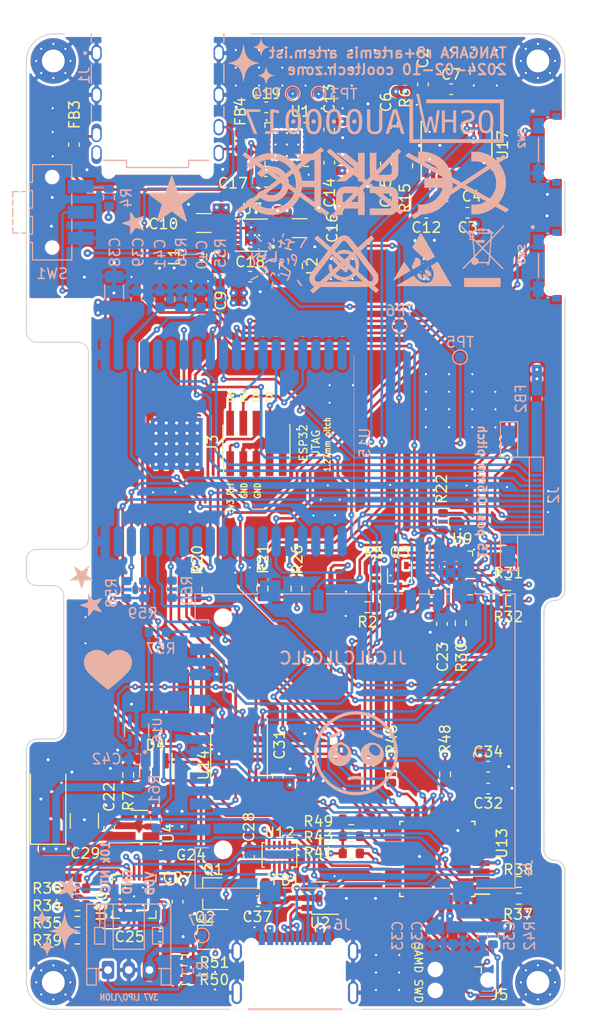
<source format=kicad_pcb>
(kicad_pcb (version 20221018) (generator pcbnew)

  (general
    (thickness 1.566672)
  )

  (paper "A4")
  (title_block
    (comment 4 "AISLER Project ID: ATEUINQR")
  )

  (layers
    (0 "F.Cu" signal)
    (1 "In1.Cu" signal)
    (2 "In2.Cu" signal)
    (31 "B.Cu" signal)
    (32 "B.Adhes" user "B.Adhesive")
    (33 "F.Adhes" user "F.Adhesive")
    (34 "B.Paste" user)
    (35 "F.Paste" user)
    (36 "B.SilkS" user "B.Silkscreen")
    (37 "F.SilkS" user "F.Silkscreen")
    (38 "B.Mask" user)
    (39 "F.Mask" user)
    (40 "Dwgs.User" user "User.Drawings")
    (41 "Cmts.User" user "User.Comments")
    (42 "Eco1.User" user "User.Eco1")
    (43 "Eco2.User" user "User.Eco2")
    (44 "Edge.Cuts" user)
    (45 "Margin" user)
    (46 "B.CrtYd" user "B.Courtyard")
    (47 "F.CrtYd" user "F.Courtyard")
    (48 "B.Fab" user)
    (49 "F.Fab" user)
    (50 "User.1" user)
    (51 "User.2" user)
    (52 "User.3" user)
    (53 "User.4" user)
    (54 "User.5" user)
    (55 "User.6" user)
    (56 "User.7" user)
    (57 "User.8" user)
    (58 "User.9" user)
  )

  (setup
    (stackup
      (layer "F.SilkS" (type "Top Silk Screen") (color "White"))
      (layer "F.Paste" (type "Top Solder Paste"))
      (layer "F.Mask" (type "Top Solder Mask") (color "Purple") (thickness 0.0254))
      (layer "F.Cu" (type "copper") (thickness 0.04318))
      (layer "dielectric 1" (type "prepreg") (thickness 0.202184) (material "FR408-HR") (epsilon_r 3.69) (loss_tangent 0.0091))
      (layer "In1.Cu" (type "copper") (thickness 0.017272))
      (layer "dielectric 2" (type "core") (thickness 0.9906) (material "FR408-HR") (epsilon_r 3.69) (loss_tangent 0.0091))
      (layer "In2.Cu" (type "copper") (thickness 0.017272))
      (layer "dielectric 3" (type "prepreg") (thickness 0.202184) (material "FR408-HR") (epsilon_r 3.69) (loss_tangent 0.0091))
      (layer "B.Cu" (type "copper") (thickness 0.04318))
      (layer "B.Mask" (type "Bottom Solder Mask") (color "Purple") (thickness 0.0254))
      (layer "B.Paste" (type "Bottom Solder Paste"))
      (layer "B.SilkS" (type "Bottom Silk Screen") (color "White"))
      (copper_finish "None")
      (dielectric_constraints no)
    )
    (pad_to_mask_clearance 0)
    (aux_axis_origin 117.25 51)
    (pcbplotparams
      (layerselection 0x00010fc_ffffffff)
      (plot_on_all_layers_selection 0x0000000_00000000)
      (disableapertmacros false)
      (usegerberextensions true)
      (usegerberattributes true)
      (usegerberadvancedattributes true)
      (creategerberjobfile true)
      (dashed_line_dash_ratio 12.000000)
      (dashed_line_gap_ratio 3.000000)
      (svgprecision 6)
      (plotframeref false)
      (viasonmask false)
      (mode 1)
      (useauxorigin false)
      (hpglpennumber 1)
      (hpglpenspeed 20)
      (hpglpendiameter 15.000000)
      (dxfpolygonmode true)
      (dxfimperialunits true)
      (dxfusepcbnewfont true)
      (psnegative false)
      (psa4output false)
      (plotreference true)
      (plotvalue true)
      (plotinvisibletext false)
      (sketchpadsonfab false)
      (subtractmaskfromsilk true)
      (outputformat 1)
      (mirror false)
      (drillshape 0)
      (scaleselection 1)
      (outputdirectory "gerbers2")
    )
  )

  (net 0 "")
  (net 1 "GND")
  (net 2 "/ESP_EN")
  (net 3 "BAT_LEVEL")
  (net 4 "SYS_POWER")
  (net 5 "USB.DP")
  (net 6 "USB.DN")
  (net 7 "3.5mm_DETECT")
  (net 8 "/JTAG.TMS")
  (net 9 "/JTAG.TCK")
  (net 10 "/JTAG.TDO")
  (net 11 "/JTAG.TDI")
  (net 12 "/SWD.SWDIO")
  (net 13 "/SWD.SWCLK")
  (net 14 "/SWD.RESET")
  (net 15 "/Power/NTC")
  (net 16 "~{CHG_PWR_OK}")
  (net 17 "I2C.SCL")
  (net 18 "VBUS")
  (net 19 "I2C.SDA")
  (net 20 "ESP_SPI.PICO")
  (net 21 "unconnected-(U9-IO0_5-Pad6)")
  (net 22 "ESP_SPI.SCLK")
  (net 23 "ESP_SPI.DISPLAY_CS")
  (net 24 "DISPLAY_LED_EN")
  (net 25 "/ESP_BOOT")
  (net 26 "~{SD_VDD_EN}")
  (net 27 "/UART.ESP.TX")
  (net 28 "ESP_SPI.POCI")
  (net 29 "DAC.DATA")
  (net 30 "DAC.BCK")
  (net 31 "ESP_SPI.SD_CS")
  (net 32 "DAC.LRCK")
  (net 33 "SAMD_SPI.POCI")
  (net 34 "/UART.ESP.RX")
  (net 35 "SAMD_SPI.CS")
  (net 36 "SAMD_SPI.PICO")
  (net 37 "/~{SAMD_INT}")
  (net 38 "SAMD_SPI.SCLK")
  (net 39 "CHG_SEL")
  (net 40 "AMP_EN")
  (net 41 "/Power/VBUS_SWITCHED")
  (net 42 "~{GPIO_INT}")
  (net 43 "USB_TCC0")
  (net 44 "USB_TCC1")
  (net 45 "KEY_LOCK")
  (net 46 "CHG_STAT1")
  (net 47 "CHG_STAT2")
  (net 48 "~{TOUCH_INT}")
  (net 49 "DISPLAY_DR")
  (net 50 "+3V3")
  (net 51 "+5VA")
  (net 52 "-5VA")
  (net 53 "KEY_VOL_UP")
  (net 54 "Net-(J7-Pin_3)")
  (net 55 "Net-(U1B-+)")
  (net 56 "KEY_VOL_DOWN")
  (net 57 "Net-(J4-CD{slash}DAT3)")
  (net 58 "Net-(J4-CMD)")
  (net 59 "Net-(J4-CLK)")
  (net 60 "Net-(J4-DAT0)")
  (net 61 "Net-(J4-DAT1)")
  (net 62 "Net-(J4-DAT2)")
  (net 63 "unconnected-(J1-Pad6)")
  (net 64 "Net-(J6-CC1)")
  (net 65 "Net-(U13-VDDCORE)")
  (net 66 "unconnected-(J3-UART_TX-Pad7)")
  (net 67 "unconnected-(J3-UART_RX-Pad9)")
  (net 68 "unconnected-(J3-nRst-Pad10)")
  (net 69 "unconnected-(J6-SBU1-PadA8)")
  (net 70 "unconnected-(J6-SBU2-PadB8)")
  (net 71 "Net-(U7-SWN)")
  (net 72 "Net-(U7-SWP)")
  (net 73 "Net-(Q1-G)")
  (net 74 "Net-(U1A-+)")
  (net 75 "Net-(U1A--)")
  (net 76 "Net-(C17-Pad2)")
  (net 77 "Net-(U1B--)")
  (net 78 "Net-(C19-Pad2)")
  (net 79 "Net-(U14E-~{OE})")
  (net 80 "Net-(U14E-S)")
  (net 81 "SYS_PWR_EN_SAMD")
  (net 82 "Net-(U10-CE)")
  (net 83 "Net-(U10-PROG3)")
  (net 84 "Net-(U10-PROG2)")
  (net 85 "Net-(U10-PROG1)")
  (net 86 "unconnected-(U1C-NC-Pad4)")
  (net 87 "unconnected-(U1-Pad6)")
  (net 88 "unconnected-(U1-Pad7)")
  (net 89 "unconnected-(U1-Pad8)")
  (net 90 "unconnected-(U1C-NC-Pad15)")
  (net 91 "unconnected-(U12-ORIENT-Pad8)")
  (net 92 "unconnected-(U12-SWMONI-Pad9)")
  (net 93 "unconnected-(U15-I39{slash}NOINT-Pad5)")
  (net 94 "unconnected-(U15-SHD{slash}SD2-Pad17)")
  (net 95 "unconnected-(U15-SWP{slash}SD3-Pad18)")
  (net 96 "unconnected-(U15-SCS{slash}CMD-Pad19)")
  (net 97 "unconnected-(U15-SCK{slash}CLK-Pad20)")
  (net 98 "unconnected-(U15-SDO{slash}SD0-Pad21)")
  (net 99 "unconnected-(U15-SDI{slash}SD1-Pad22)")
  (net 100 "unconnected-(U15-IO16-Pad27)")
  (net 101 "unconnected-(U15-IO17-Pad28)")
  (net 102 "unconnected-(U15-NC-Pad32)")
  (net 103 "Net-(J2-Pin_13)")
  (net 104 "Net-(FB3-Pad2)")
  (net 105 "Net-(FB4-Pad2)")
  (net 106 "Net-(J4-VDD)")
  (net 107 "unconnected-(U16-NC-Pad4)")
  (net 108 "Net-(SW1-C)")
  (net 109 "Net-(Q1-S)")
  (net 110 "DAC.MCK")
  (net 111 "SD_CD")
  (net 112 "Net-(U17-CPCA)")
  (net 113 "Net-(U17-CPCB)")
  (net 114 "unconnected-(U1-Pad1)")
  (net 115 "Net-(U17-VMID)")
  (net 116 "Net-(U17-CPVOUTN)")
  (net 117 "unconnected-(U1-Pad23)")
  (net 118 "Net-(U17-LINEVOUTL)")
  (net 119 "Net-(U17-LINEVOUTR)")
  (net 120 "unconnected-(U1-Pad24)")
  (net 121 "unconnected-(U17-ZFLAG-Pad7)")
  (net 122 "unconnected-(U9-IO0_6-Pad7)")
  (net 123 "Net-(Q3-G)")
  (net 124 "unconnected-(U9-IO1_5-Pad15)")
  (net 125 "unconnected-(U9-IO1_6-Pad16)")
  (net 126 "unconnected-(U9-IO1_7-Pad17)")
  (net 127 "Net-(U4-EN)")
  (net 128 "unconnected-(U4-NC-Pad4)")
  (net 129 "unconnected-(U13-PA06-Pad7)")
  (net 130 "unconnected-(U13-PA27-Pad25)")
  (net 131 "unconnected-(U13-PA28-Pad27)")
  (net 132 "Net-(Q2-D)")
  (net 133 "Net-(J6-CC2)")
  (net 134 "unconnected-(U13-PA07-Pad8)")
  (net 135 "unconnected-(U9-IO1_3-Pad13)")
  (net 136 "Net-(J6-DP-PadA6)")
  (net 137 "Net-(J6-DN-PadA7)")
  (net 138 "AMP_MUTE")
  (net 139 "unconnected-(J5-SWO-Pad6)")

  (footprint "Package_TO_SOT_SMD:TSOT-23" (layer "F.Cu") (at 135.476849 134.455179 180))

  (footprint "Package_TO_SOT_SMD:SOT-23-5" (layer "F.Cu") (at 128.415497 127.954481 180))

  (footprint "footprints:MountingHole_2.2mm_M2_Pad_Via2" (layer "F.Cu") (at 166.9 143))

  (footprint "Inductor_SMD:L_1008_2520Metric" (layer "F.Cu") (at 133.801417 72.973879 90))

  (footprint "Capacitor_SMD:C_0603_1608Metric" (layer "F.Cu") (at 130.473198 130.774567))

  (footprint "Resistor_SMD:R_0603_1608Metric" (layer "F.Cu") (at 122.434189 137.149989 180))

  (footprint "Resistor_SMD:R_0603_1608Metric" (layer "F.Cu") (at 151.198456 103.968297 -90))

  (footprint "footprints:QFN-20-1EP_4x4mm_P0.5mm_EP2.5x2.5mm_ThermalVias2" (layer "F.Cu") (at 127.902083 134.695156 -90))

  (footprint "Capacitor_SMD:C_0603_1608Metric" (layer "F.Cu") (at 130.4 138.571066))

  (footprint "Capacitor_SMD:C_0603_1608Metric" (layer "F.Cu") (at 152.216943 60.416276 -90))

  (footprint "Package_DFN_QFN:HVQFN-24-1EP_4x4mm_P0.5mm_EP2.1x2.1mm" (layer "F.Cu") (at 158.484595 103.47166 180))

  (footprint "Package_TO_SOT_SMD:SOT-23" (layer "F.Cu") (at 130.000805 122.549717 -90))

  (footprint "Resistor_SMD:R_0603_1608Metric" (layer "F.Cu") (at 148.873745 127.25515))

  (footprint "Capacitor_Tantalum_SMD:CP_EIA-6032-28_Kemet-C" (layer "F.Cu") (at 119.6 125.9 90))

  (footprint "Capacitor_SMD:C_0603_1608Metric" (layer "F.Cu") (at 136.172745 74.724126 -90))

  (footprint "Resistor_SMD:R_0603_1608Metric" (layer "F.Cu") (at 165.049071 134.922126 180))

  (footprint "Resistor_SMD:R_0603_1608Metric" (layer "F.Cu") (at 159.445045 108.327463 90))

  (footprint "Capacitor_SMD:C_0603_1608Metric" (layer "F.Cu") (at 125.5 128.089529 90))

  (footprint "Package_TO_SOT_SMD:SOT-323_SC-70" (layer "F.Cu") (at 153.539681 103.751753 -90))

  (footprint "Capacitor_SMD:C_0603_1608Metric" (layer "F.Cu") (at 146.738191 60.685697 -90))

  (footprint "Resistor_SMD:R_0603_1608Metric" (layer "F.Cu") (at 165.050103 133.305697 180))

  (footprint "Capacitor_SMD:C_0603_1608Metric" (layer "F.Cu") (at 152.216095 63.952058 90))

  (footprint "footprints:BD91N01NUX-E2" (layer "F.Cu") (at 141.938445 130.694772 90))

  (footprint "Connector:Tag-Connect_TC2030-IDC-NL_2x03_P1.27mm_Vertical" (layer "F.Cu") (at 159.53 142.765 180))

  (footprint "Capacitor_SMD:C_0603_1608Metric" (layer "F.Cu") (at 160.1 68.7 180))

  (footprint "Resistor_SMD:R_0603_1608Metric" (layer "F.Cu") (at 122.434189 138.766966 180))

  (footprint "Inductor_SMD:L_0603_1608Metric" (layer "F.Cu") (at 139.793489 133.408759 180))

  (footprint "Resistor_SMD:R_0603_1608Metric" (layer "F.Cu") (at 148.873745 130.546956))

  (footprint "Resistor_SMD:R_0805_2012Metric" (layer "F.Cu") (at 154.05507 60.232017 -90))

  (footprint "Capacitor_SMD:C_0603_1608Metric" (layer "F.Cu") (at 140.620589 65.704592 180))

  (footprint "Capacitor_SMD:C_0603_1608Metric" (layer "F.Cu") (at 132.1 135.2 -90))

  (footprint "Capacitor_SMD:C_0603_1608Metric" (layer "F.Cu") (at 139.845147 135.157118 180))

  (footprint "Resistor_SMD:R_0603_1608Metric" (layer "F.Cu") (at 157.736387 98.523188 90))

  (footprint "Capacitor_SMD:C_0603_1608Metric" (layer "F.Cu") (at 139.111897 74.874786))

  (footprint "Resistor_SMD:R_0603_1608Metric" (layer "F.Cu") (at 122.439406 135.533013))

  (footprint "Resistor_SMD:R_0603_1608Metric" (layer "F.Cu") (at 132.78644 140.877326))

  (footprint "Inductor_SMD:L_1008_2520Metric" (layer "F.Cu") (at 143.044904 73.86026 -90))

  (footprint "Capacitor_SMD:C_0603_1608Metric" (layer "F.Cu") (at 156.125 68.7 180))

  (footprint "Capacitor_SMD:C_0603_1608Metric" (layer "F.Cu") (at 158.07357 67.1 180))

  (footprint "Package_SO:TSSOP-16_4.4x5mm_P0.65mm" (layer "F.Cu") (at 138.037154 121.127252 -90))

  (footprint "Capacitor_SMD:C_0603_1608Metric" (layer "F.Cu") (at 158.513691 56.778764))

  (footprint "Inductor_SMD:L_0603_1608Metric" (layer "F.Cu") (at 138.136435 61.76766 -90))

  (footprint "Resistor_SMD:R_0603_1608Metric" (layer "F.Cu") (at 133.941895 105.064074 90))

  (footprint "NetTie:NetTie-2_SMD_Pad0.5mm" (layer "F.Cu") (at 146.902022 104.10454 -90))

  (footprint "Resistor_SMD:R_0603_1608Metric" (layer "F.Cu") (at 143.585559 104.993281 90))

  (footprint "Resistor_SMD:R_0603_1608Metric" (layer "F.Cu")
    (tstamp 974fc9af-946e-4fa0-850c-66d1e6e525aa)
    (at 140.296114 104.976392 90)
    (descr "Resistor SMD 0603 (1608 Metric), square (rectangular) end terminal, IPC_7351 nominal, (Body size source: IPC-SM-782 page 72, https://www.pcb-3d.com/wordpress/wp-content/uploads/ipc-sm-782a_amendment_1_and_2.pdf), generated with kicad-footprint-generator")
    (tags "resistor")
    (property "MPN" "AC0603JR-0710KL")
    (property "PN" "")
    (property "Sheetfile" "tangara-mainboard.kicad_sch")
    (property "Sheetname" "")
    (property "ki_description" "Resistor, small symbol")
    (property "ki_keywords" "R resistor")
    (path "/0c33a120-06ee-4632-8d04-d46518c64316")
    (attr smd)
    (fp_text reference "R21" (at 4.395068 0.062208 90) (layer "F.SilkS")
        (effects (font (size 1 1) (thickness 0.15)) (justify right))
      (tstamp b1a76529-2182-4716-b6bf-8a3760bac41f)
    )
    (fp_text value "10kΩ" (at 0 1.43 90) (layer "F.Fab")
        (effects (font (size 1 1) (thickness 0.15)))
      (tstamp aec951bc-8501-44ed-8ec4-b34c9cc7f164)
    )
    (fp_text user "${REFERENCE}" (at 0 0 90) (layer "F.Fab")
        (effects (font (size 0.4 0.4) (thickness 0.06)))
      (tstamp 7985930e-b2f7-48c7-8923-7f2974540d2e)
    )
    (fp_line (start -0.237258 -0.5225) (end 0.237258 -0.5225)
      (stroke (width 0.12) (type solid)) (layer "F.SilkS") (tstamp 6f038f0b-246b-4157-ab10-2073b1430396))
    (fp_line (start -0.237258 0.5225) (end 0.237258 0.5225)
      (stroke (width 0.12) (type solid)) (layer "F.SilkS") (tstamp 0308150d-8ff9-462f-a731-9428aeb50353))
    (fp_line (start -1.48 -0.73) (end 1.48 -0.73)
      (stroke (width 0.05) (type solid)) (layer "F.CrtYd") (tstamp adefb526-1368-4b84-99e3-fa6e89e7e71d))
    (fp_line (start -1.48 0.73) (end -1.48 -0.73)
      (stroke (width 0.05) (type solid)) (layer "F.CrtYd") (tstamp 06b5a7e5-7607-42a8-a371-4db35f3b00a9))
    (fp_line (start 1.48 -0.73) (end 1.48 0.73)
      (stroke (width 0.05) (type solid)) (layer "F.CrtYd") (tstamp e47f6768-3dd2-464e-8189-9b5f2503a97f))
    (fp_line (start 1.48 0.73) (end -1.48 0.73)
      (stroke (width 0.05) (type solid)) (layer "F.CrtYd") (tstamp d2bda7af-1b47-441d-bc4e-ba29cdca376f))
    (fp_line (start -0.8 -0.4125) (end 0.8 -0.4125)
      (stroke (width 0.1) (type solid)) (layer "F.Fab") (tstamp 19e321af-f1c4-446e-b4fb-e89d82d05cf7))
    (fp_line (start -0.8 0.4125) (end -0.8 -0.4125)
      (stroke (width 0.1) (type solid)) (layer "F.Fab") (tstamp e966521d-f084-420e-8ae3-f38b9b5dcb27))
    (fp_line (start 0.8 -0.4125) (end 0.8 0.4125)
      (stroke (width 0.1) (type solid)) (layer "F.Fab") (tstamp b317b66f-c60b-4513-ad94-24b193868506))
    (fp_line (start 0.8 0.4125) (end -0.8 0.4125)
      (stroke (width 0.1) (type solid)) (layer "F.Fab") (tstamp d33ea462-2777-401e-9c11-f38be78c12a6))
    (pad "1" smd roundrect (at -0.825 0 90) (size 0.8 0.95) (layers "F.Cu" "F.Paste" "F.Mask") (roundrect_rratio 0.25)
      (net 50 "+3V3") (pintype "passive") (tstamp d7008266-67ef-4f24-8754-4e836574d029))
    (pad "2" smd roundrect (at 0.825 0 90) (size 0.8 0.95) (layers "F.Cu" "F.Paste" "F.Mask") (roundrect_rratio 0.25)
      (net 19 "I2C.SDA") (pintype "passive") (tstamp 054ca015-4ff0-4e2b-afbf-0f0b776529a1))
    (model "${KICAD6_3DMODEL_DIR}/Resistor_SMD.3dshapes/R_0
... [2887999 chars truncated]
</source>
